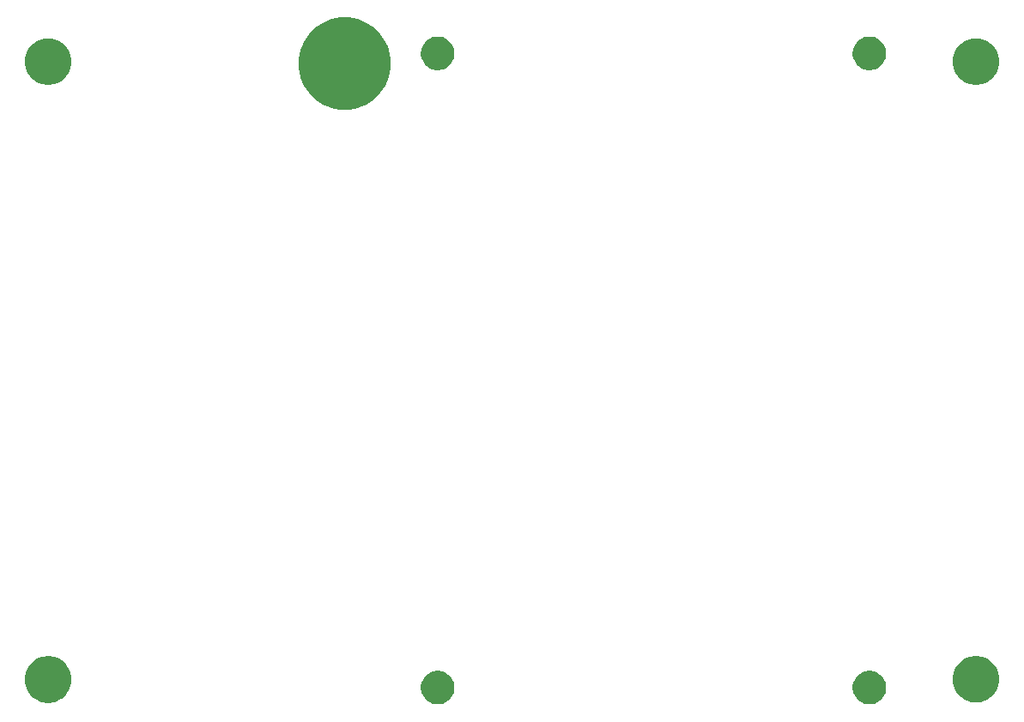
<source format=gbr>
G04 #@! TF.GenerationSoftware,KiCad,Pcbnew,(5.1.2)-2*
G04 #@! TF.CreationDate,2022-01-19T07:22:50-03:00*
G04 #@! TF.ProjectId,MAG_Plus,4d41475f-506c-4757-932e-6b696361645f,rev?*
G04 #@! TF.SameCoordinates,Original*
G04 #@! TF.FileFunction,Soldermask,Top*
G04 #@! TF.FilePolarity,Negative*
%FSLAX46Y46*%
G04 Gerber Fmt 4.6, Leading zero omitted, Abs format (unit mm)*
G04 Created by KiCad (PCBNEW (5.1.2)-2) date 2022-01-19 07:22:50*
%MOMM*%
%LPD*%
G04 APERTURE LIST*
%ADD10C,0.100000*%
G04 APERTURE END LIST*
D10*
G36*
X54045256Y-83001298D02*
G01*
X54151579Y-83022447D01*
X54364037Y-83110450D01*
X54432536Y-83138823D01*
X54452042Y-83146903D01*
X54722451Y-83327585D01*
X54952415Y-83557549D01*
X55133097Y-83827958D01*
X55133098Y-83827960D01*
X55257553Y-84128422D01*
X55321000Y-84447389D01*
X55321000Y-84772611D01*
X55297663Y-84889932D01*
X55257553Y-85091579D01*
X55133097Y-85392042D01*
X54952415Y-85662451D01*
X54722451Y-85892415D01*
X54452042Y-86073097D01*
X54151579Y-86197553D01*
X54045256Y-86218702D01*
X53832611Y-86261000D01*
X53507389Y-86261000D01*
X53294744Y-86218702D01*
X53188421Y-86197553D01*
X52887958Y-86073097D01*
X52617549Y-85892415D01*
X52387585Y-85662451D01*
X52206903Y-85392042D01*
X52082447Y-85091579D01*
X52042337Y-84889932D01*
X52019000Y-84772611D01*
X52019000Y-84447389D01*
X52082447Y-84128422D01*
X52206902Y-83827960D01*
X52206903Y-83827958D01*
X52387585Y-83557549D01*
X52617549Y-83327585D01*
X52887958Y-83146903D01*
X52907465Y-83138823D01*
X52975963Y-83110450D01*
X53188421Y-83022447D01*
X53294744Y-83001298D01*
X53507389Y-82959000D01*
X53832611Y-82959000D01*
X54045256Y-83001298D01*
X54045256Y-83001298D01*
G37*
G36*
X96635256Y-83001298D02*
G01*
X96741579Y-83022447D01*
X96954037Y-83110450D01*
X97022536Y-83138823D01*
X97042042Y-83146903D01*
X97312451Y-83327585D01*
X97542415Y-83557549D01*
X97723097Y-83827958D01*
X97723098Y-83827960D01*
X97847553Y-84128422D01*
X97911000Y-84447389D01*
X97911000Y-84772611D01*
X97887663Y-84889932D01*
X97847553Y-85091579D01*
X97723097Y-85392042D01*
X97542415Y-85662451D01*
X97312451Y-85892415D01*
X97042042Y-86073097D01*
X96741579Y-86197553D01*
X96635256Y-86218702D01*
X96422611Y-86261000D01*
X96097389Y-86261000D01*
X95884744Y-86218702D01*
X95778421Y-86197553D01*
X95477958Y-86073097D01*
X95207549Y-85892415D01*
X94977585Y-85662451D01*
X94796903Y-85392042D01*
X94672447Y-85091579D01*
X94632337Y-84889932D01*
X94609000Y-84772611D01*
X94609000Y-84447389D01*
X94672447Y-84128422D01*
X94796902Y-83827960D01*
X94796903Y-83827958D01*
X94977585Y-83557549D01*
X95207549Y-83327585D01*
X95477958Y-83146903D01*
X95497465Y-83138823D01*
X95565963Y-83110450D01*
X95778421Y-83022447D01*
X95884744Y-83001298D01*
X96097389Y-82959000D01*
X96422611Y-82959000D01*
X96635256Y-83001298D01*
X96635256Y-83001298D01*
G37*
G36*
X15708903Y-81553213D02*
G01*
X15931177Y-81597426D01*
X16349932Y-81770880D01*
X16726802Y-82022696D01*
X17047304Y-82343198D01*
X17299120Y-82720068D01*
X17468432Y-83128824D01*
X17472574Y-83138824D01*
X17561000Y-83583370D01*
X17561000Y-84036630D01*
X17542741Y-84128422D01*
X17472574Y-84481177D01*
X17299120Y-84899932D01*
X17047304Y-85276802D01*
X16726802Y-85597304D01*
X16349932Y-85849120D01*
X15931177Y-86022574D01*
X15708903Y-86066787D01*
X15486630Y-86111000D01*
X15033370Y-86111000D01*
X14811097Y-86066787D01*
X14588823Y-86022574D01*
X14170068Y-85849120D01*
X13793198Y-85597304D01*
X13472696Y-85276802D01*
X13220880Y-84899932D01*
X13047426Y-84481177D01*
X12977259Y-84128422D01*
X12959000Y-84036630D01*
X12959000Y-83583370D01*
X13047426Y-83138824D01*
X13051568Y-83128824D01*
X13220880Y-82720068D01*
X13472696Y-82343198D01*
X13793198Y-82022696D01*
X14170068Y-81770880D01*
X14588823Y-81597426D01*
X14811097Y-81553213D01*
X15033370Y-81509000D01*
X15486630Y-81509000D01*
X15708903Y-81553213D01*
X15708903Y-81553213D01*
G37*
G36*
X107208903Y-81543213D02*
G01*
X107431177Y-81587426D01*
X107849932Y-81760880D01*
X108226802Y-82012696D01*
X108547304Y-82333198D01*
X108799120Y-82710068D01*
X108972574Y-83128823D01*
X109061000Y-83573371D01*
X109061000Y-84026629D01*
X108972574Y-84471177D01*
X108799120Y-84889932D01*
X108547304Y-85266802D01*
X108226802Y-85587304D01*
X107849932Y-85839120D01*
X107431177Y-86012574D01*
X107208903Y-86056787D01*
X106986630Y-86101000D01*
X106533370Y-86101000D01*
X106311097Y-86056787D01*
X106088823Y-86012574D01*
X105670068Y-85839120D01*
X105293198Y-85587304D01*
X104972696Y-85266802D01*
X104720880Y-84889932D01*
X104547426Y-84471177D01*
X104459000Y-84026629D01*
X104459000Y-83573371D01*
X104547426Y-83128823D01*
X104720880Y-82710068D01*
X104972696Y-82333198D01*
X105293198Y-82012696D01*
X105670068Y-81760880D01*
X106088823Y-81587426D01*
X106311097Y-81543213D01*
X106533370Y-81499000D01*
X106986630Y-81499000D01*
X107208903Y-81543213D01*
X107208903Y-81543213D01*
G37*
G36*
X45827477Y-18623892D02*
G01*
X46170541Y-18765994D01*
X46655707Y-18966956D01*
X47401093Y-19465008D01*
X48034992Y-20098907D01*
X48533044Y-20844293D01*
X48734006Y-21329459D01*
X48876108Y-21672523D01*
X49051000Y-22551764D01*
X49051000Y-23448236D01*
X48876108Y-24327477D01*
X48768484Y-24587303D01*
X48533044Y-25155707D01*
X48034992Y-25901093D01*
X47401093Y-26534992D01*
X46655707Y-27033044D01*
X46170541Y-27234006D01*
X45827477Y-27376108D01*
X44948236Y-27551000D01*
X44051764Y-27551000D01*
X43172523Y-27376108D01*
X42829459Y-27234006D01*
X42344293Y-27033044D01*
X41598907Y-26534992D01*
X40965008Y-25901093D01*
X40466956Y-25155707D01*
X40231516Y-24587303D01*
X40123892Y-24327477D01*
X39949000Y-23448236D01*
X39949000Y-22551764D01*
X40123892Y-21672523D01*
X40265994Y-21329459D01*
X40466956Y-20844293D01*
X40965008Y-20098907D01*
X41598907Y-19465008D01*
X42344293Y-18966956D01*
X42829459Y-18765994D01*
X43172523Y-18623892D01*
X44051764Y-18449000D01*
X44948236Y-18449000D01*
X45827477Y-18623892D01*
X45827477Y-18623892D01*
G37*
G36*
X15626902Y-20526902D02*
G01*
X15931177Y-20587426D01*
X16349932Y-20760880D01*
X16726802Y-21012696D01*
X17047304Y-21333198D01*
X17299120Y-21710068D01*
X17472574Y-22128823D01*
X17561000Y-22573371D01*
X17561000Y-23026629D01*
X17472574Y-23471177D01*
X17299120Y-23889932D01*
X17047304Y-24266802D01*
X16726802Y-24587304D01*
X16349932Y-24839120D01*
X15931177Y-25012574D01*
X15708903Y-25056787D01*
X15486630Y-25101000D01*
X15033370Y-25101000D01*
X14811097Y-25056787D01*
X14588823Y-25012574D01*
X14170068Y-24839120D01*
X13793198Y-24587304D01*
X13472696Y-24266802D01*
X13220880Y-23889932D01*
X13047426Y-23471177D01*
X12959000Y-23026629D01*
X12959000Y-22573371D01*
X13047426Y-22128823D01*
X13220880Y-21710068D01*
X13472696Y-21333198D01*
X13793198Y-21012696D01*
X14170068Y-20760880D01*
X14588823Y-20587426D01*
X14893098Y-20526902D01*
X15033370Y-20499000D01*
X15486630Y-20499000D01*
X15626902Y-20526902D01*
X15626902Y-20526902D01*
G37*
G36*
X107126902Y-20526902D02*
G01*
X107431177Y-20587426D01*
X107849932Y-20760880D01*
X108226802Y-21012696D01*
X108547304Y-21333198D01*
X108799120Y-21710068D01*
X108972574Y-22128823D01*
X109061000Y-22573371D01*
X109061000Y-23026629D01*
X108972574Y-23471177D01*
X108799120Y-23889932D01*
X108547304Y-24266802D01*
X108226802Y-24587304D01*
X107849932Y-24839120D01*
X107431177Y-25012574D01*
X107208903Y-25056787D01*
X106986630Y-25101000D01*
X106533370Y-25101000D01*
X106311097Y-25056787D01*
X106088823Y-25012574D01*
X105670068Y-24839120D01*
X105293198Y-24587304D01*
X104972696Y-24266802D01*
X104720880Y-23889932D01*
X104547426Y-23471177D01*
X104459000Y-23026629D01*
X104459000Y-22573371D01*
X104547426Y-22128823D01*
X104720880Y-21710068D01*
X104972696Y-21333198D01*
X105293198Y-21012696D01*
X105670068Y-20760880D01*
X106088823Y-20587426D01*
X106393098Y-20526902D01*
X106533370Y-20499000D01*
X106986630Y-20499000D01*
X107126902Y-20526902D01*
X107126902Y-20526902D01*
G37*
G36*
X54045256Y-20381298D02*
G01*
X54151579Y-20402447D01*
X54452042Y-20526903D01*
X54722451Y-20707585D01*
X54952415Y-20937549D01*
X55002627Y-21012697D01*
X55133098Y-21207960D01*
X55257553Y-21508422D01*
X55297664Y-21710070D01*
X55321000Y-21827391D01*
X55321000Y-22152609D01*
X55257553Y-22471579D01*
X55133097Y-22772042D01*
X54952415Y-23042451D01*
X54722451Y-23272415D01*
X54452042Y-23453097D01*
X54452041Y-23453098D01*
X54452040Y-23453098D01*
X54408393Y-23471177D01*
X54151579Y-23577553D01*
X54045256Y-23598702D01*
X53832611Y-23641000D01*
X53507389Y-23641000D01*
X53294744Y-23598702D01*
X53188421Y-23577553D01*
X52931607Y-23471177D01*
X52887960Y-23453098D01*
X52887959Y-23453098D01*
X52887958Y-23453097D01*
X52617549Y-23272415D01*
X52387585Y-23042451D01*
X52206903Y-22772042D01*
X52082447Y-22471579D01*
X52019000Y-22152609D01*
X52019000Y-21827391D01*
X52042337Y-21710070D01*
X52082447Y-21508422D01*
X52206902Y-21207960D01*
X52337373Y-21012697D01*
X52387585Y-20937549D01*
X52617549Y-20707585D01*
X52887958Y-20526903D01*
X53188421Y-20402447D01*
X53294744Y-20381298D01*
X53507389Y-20339000D01*
X53832611Y-20339000D01*
X54045256Y-20381298D01*
X54045256Y-20381298D01*
G37*
G36*
X96635256Y-20381298D02*
G01*
X96741579Y-20402447D01*
X97042042Y-20526903D01*
X97312451Y-20707585D01*
X97542415Y-20937549D01*
X97592627Y-21012697D01*
X97723098Y-21207960D01*
X97847553Y-21508422D01*
X97887664Y-21710070D01*
X97911000Y-21827391D01*
X97911000Y-22152609D01*
X97847553Y-22471579D01*
X97723097Y-22772042D01*
X97542415Y-23042451D01*
X97312451Y-23272415D01*
X97042042Y-23453097D01*
X97042041Y-23453098D01*
X97042040Y-23453098D01*
X96998393Y-23471177D01*
X96741579Y-23577553D01*
X96635256Y-23598702D01*
X96422611Y-23641000D01*
X96097389Y-23641000D01*
X95884744Y-23598702D01*
X95778421Y-23577553D01*
X95521607Y-23471177D01*
X95477960Y-23453098D01*
X95477959Y-23453098D01*
X95477958Y-23453097D01*
X95207549Y-23272415D01*
X94977585Y-23042451D01*
X94796903Y-22772042D01*
X94672447Y-22471579D01*
X94609000Y-22152609D01*
X94609000Y-21827391D01*
X94632337Y-21710070D01*
X94672447Y-21508422D01*
X94796902Y-21207960D01*
X94927373Y-21012697D01*
X94977585Y-20937549D01*
X95207549Y-20707585D01*
X95477958Y-20526903D01*
X95778421Y-20402447D01*
X95884744Y-20381298D01*
X96097389Y-20339000D01*
X96422611Y-20339000D01*
X96635256Y-20381298D01*
X96635256Y-20381298D01*
G37*
M02*

</source>
